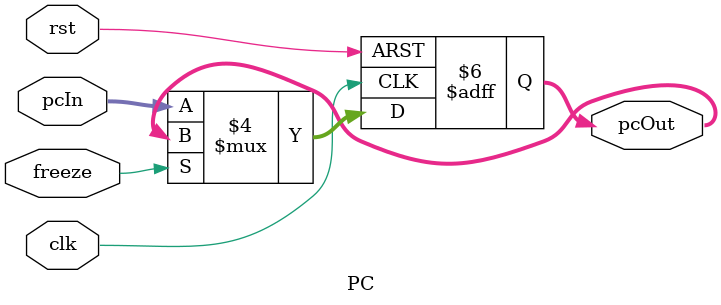
<source format=sv>
`timescale 1ns/1ns

module PC (
	input clk, rst,
	input freeze,
  	input [31:0] pcIn,
  	output reg [31:0] pcOut
);

	initial pcOut = 32'd0;
	
	always@(posedge clk, posedge rst)begin
		if(rst) pcOut <= 32'd0;
		else if(~freeze) pcOut <= pcIn;
	end
  		  
endmodule


</source>
